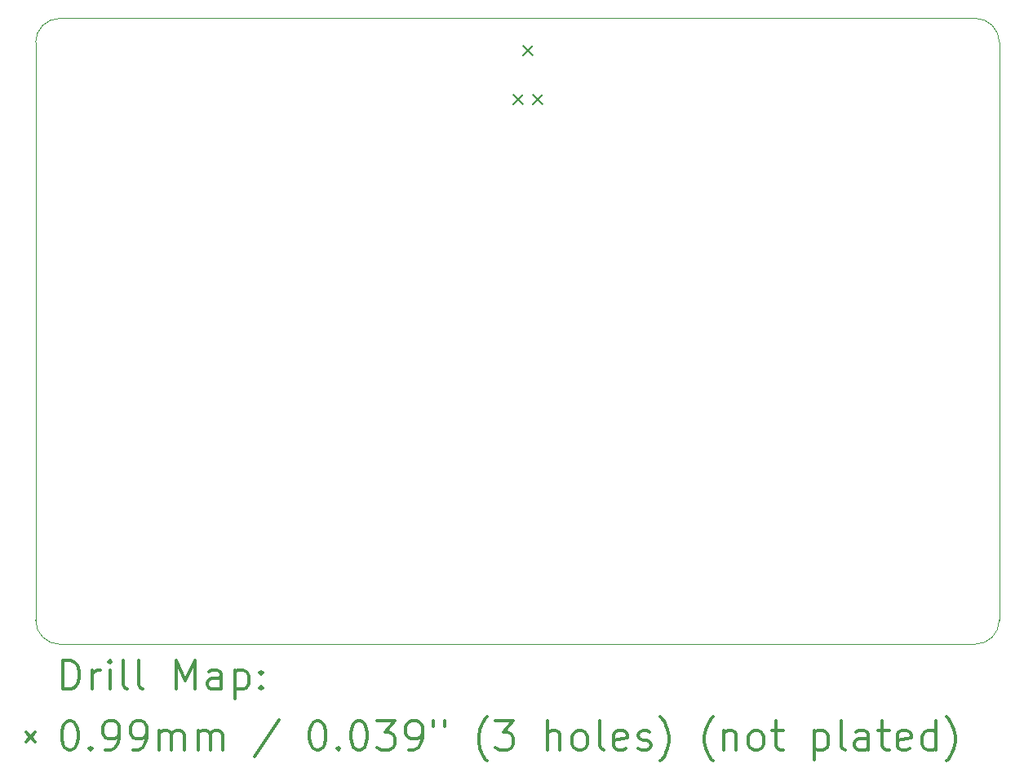
<source format=gbr>
%FSLAX45Y45*%
G04 Gerber Fmt 4.5, Leading zero omitted, Abs format (unit mm)*
G04 Created by KiCad (PCBNEW (5.1.9)-1) date 2021-08-12 22:57:45*
%MOMM*%
%LPD*%
G01*
G04 APERTURE LIST*
%TA.AperFunction,Profile*%
%ADD10C,0.050000*%
%TD*%
%ADD11C,0.200000*%
%ADD12C,0.300000*%
G04 APERTURE END LIST*
D10*
X10787200Y-13174000D02*
G75*
G02*
X10537200Y-12924000I0J250000D01*
G01*
X20537200Y-12924000D02*
G75*
G02*
X20287200Y-13174000I-250000J0D01*
G01*
X20287200Y-6674000D02*
G75*
G02*
X20537200Y-6924000I0J-250000D01*
G01*
X10537200Y-6924000D02*
G75*
G02*
X10787200Y-6674000I250000J0D01*
G01*
X10787200Y-13174000D02*
X20287200Y-13174000D01*
X10537200Y-6924000D02*
X10537200Y-12924000D01*
X20287200Y-6674000D02*
X10787200Y-6674000D01*
X20537200Y-12924000D02*
X20537200Y-6924000D01*
D11*
X15495270Y-7468870D02*
X15594330Y-7567930D01*
X15594330Y-7468870D02*
X15495270Y-7567930D01*
X15596870Y-6960870D02*
X15695930Y-7059930D01*
X15695930Y-6960870D02*
X15596870Y-7059930D01*
X15698470Y-7468870D02*
X15797530Y-7567930D01*
X15797530Y-7468870D02*
X15698470Y-7567930D01*
D12*
X10821128Y-13642214D02*
X10821128Y-13342214D01*
X10892557Y-13342214D01*
X10935414Y-13356500D01*
X10963986Y-13385071D01*
X10978271Y-13413643D01*
X10992557Y-13470786D01*
X10992557Y-13513643D01*
X10978271Y-13570786D01*
X10963986Y-13599357D01*
X10935414Y-13627929D01*
X10892557Y-13642214D01*
X10821128Y-13642214D01*
X11121128Y-13642214D02*
X11121128Y-13442214D01*
X11121128Y-13499357D02*
X11135414Y-13470786D01*
X11149700Y-13456500D01*
X11178271Y-13442214D01*
X11206843Y-13442214D01*
X11306843Y-13642214D02*
X11306843Y-13442214D01*
X11306843Y-13342214D02*
X11292557Y-13356500D01*
X11306843Y-13370786D01*
X11321128Y-13356500D01*
X11306843Y-13342214D01*
X11306843Y-13370786D01*
X11492557Y-13642214D02*
X11463986Y-13627929D01*
X11449700Y-13599357D01*
X11449700Y-13342214D01*
X11649700Y-13642214D02*
X11621128Y-13627929D01*
X11606843Y-13599357D01*
X11606843Y-13342214D01*
X11992557Y-13642214D02*
X11992557Y-13342214D01*
X12092557Y-13556500D01*
X12192557Y-13342214D01*
X12192557Y-13642214D01*
X12463986Y-13642214D02*
X12463986Y-13485071D01*
X12449700Y-13456500D01*
X12421128Y-13442214D01*
X12363986Y-13442214D01*
X12335414Y-13456500D01*
X12463986Y-13627929D02*
X12435414Y-13642214D01*
X12363986Y-13642214D01*
X12335414Y-13627929D01*
X12321128Y-13599357D01*
X12321128Y-13570786D01*
X12335414Y-13542214D01*
X12363986Y-13527929D01*
X12435414Y-13527929D01*
X12463986Y-13513643D01*
X12606843Y-13442214D02*
X12606843Y-13742214D01*
X12606843Y-13456500D02*
X12635414Y-13442214D01*
X12692557Y-13442214D01*
X12721128Y-13456500D01*
X12735414Y-13470786D01*
X12749700Y-13499357D01*
X12749700Y-13585071D01*
X12735414Y-13613643D01*
X12721128Y-13627929D01*
X12692557Y-13642214D01*
X12635414Y-13642214D01*
X12606843Y-13627929D01*
X12878271Y-13613643D02*
X12892557Y-13627929D01*
X12878271Y-13642214D01*
X12863986Y-13627929D01*
X12878271Y-13613643D01*
X12878271Y-13642214D01*
X12878271Y-13456500D02*
X12892557Y-13470786D01*
X12878271Y-13485071D01*
X12863986Y-13470786D01*
X12878271Y-13456500D01*
X12878271Y-13485071D01*
X10435640Y-14086970D02*
X10534700Y-14186030D01*
X10534700Y-14086970D02*
X10435640Y-14186030D01*
X10878271Y-13972214D02*
X10906843Y-13972214D01*
X10935414Y-13986500D01*
X10949700Y-14000786D01*
X10963986Y-14029357D01*
X10978271Y-14086500D01*
X10978271Y-14157929D01*
X10963986Y-14215071D01*
X10949700Y-14243643D01*
X10935414Y-14257929D01*
X10906843Y-14272214D01*
X10878271Y-14272214D01*
X10849700Y-14257929D01*
X10835414Y-14243643D01*
X10821128Y-14215071D01*
X10806843Y-14157929D01*
X10806843Y-14086500D01*
X10821128Y-14029357D01*
X10835414Y-14000786D01*
X10849700Y-13986500D01*
X10878271Y-13972214D01*
X11106843Y-14243643D02*
X11121128Y-14257929D01*
X11106843Y-14272214D01*
X11092557Y-14257929D01*
X11106843Y-14243643D01*
X11106843Y-14272214D01*
X11263986Y-14272214D02*
X11321128Y-14272214D01*
X11349700Y-14257929D01*
X11363986Y-14243643D01*
X11392557Y-14200786D01*
X11406843Y-14143643D01*
X11406843Y-14029357D01*
X11392557Y-14000786D01*
X11378271Y-13986500D01*
X11349700Y-13972214D01*
X11292557Y-13972214D01*
X11263986Y-13986500D01*
X11249700Y-14000786D01*
X11235414Y-14029357D01*
X11235414Y-14100786D01*
X11249700Y-14129357D01*
X11263986Y-14143643D01*
X11292557Y-14157929D01*
X11349700Y-14157929D01*
X11378271Y-14143643D01*
X11392557Y-14129357D01*
X11406843Y-14100786D01*
X11549700Y-14272214D02*
X11606843Y-14272214D01*
X11635414Y-14257929D01*
X11649700Y-14243643D01*
X11678271Y-14200786D01*
X11692557Y-14143643D01*
X11692557Y-14029357D01*
X11678271Y-14000786D01*
X11663986Y-13986500D01*
X11635414Y-13972214D01*
X11578271Y-13972214D01*
X11549700Y-13986500D01*
X11535414Y-14000786D01*
X11521128Y-14029357D01*
X11521128Y-14100786D01*
X11535414Y-14129357D01*
X11549700Y-14143643D01*
X11578271Y-14157929D01*
X11635414Y-14157929D01*
X11663986Y-14143643D01*
X11678271Y-14129357D01*
X11692557Y-14100786D01*
X11821128Y-14272214D02*
X11821128Y-14072214D01*
X11821128Y-14100786D02*
X11835414Y-14086500D01*
X11863986Y-14072214D01*
X11906843Y-14072214D01*
X11935414Y-14086500D01*
X11949700Y-14115071D01*
X11949700Y-14272214D01*
X11949700Y-14115071D02*
X11963986Y-14086500D01*
X11992557Y-14072214D01*
X12035414Y-14072214D01*
X12063986Y-14086500D01*
X12078271Y-14115071D01*
X12078271Y-14272214D01*
X12221128Y-14272214D02*
X12221128Y-14072214D01*
X12221128Y-14100786D02*
X12235414Y-14086500D01*
X12263986Y-14072214D01*
X12306843Y-14072214D01*
X12335414Y-14086500D01*
X12349700Y-14115071D01*
X12349700Y-14272214D01*
X12349700Y-14115071D02*
X12363986Y-14086500D01*
X12392557Y-14072214D01*
X12435414Y-14072214D01*
X12463986Y-14086500D01*
X12478271Y-14115071D01*
X12478271Y-14272214D01*
X13063986Y-13957929D02*
X12806843Y-14343643D01*
X13449700Y-13972214D02*
X13478271Y-13972214D01*
X13506843Y-13986500D01*
X13521128Y-14000786D01*
X13535414Y-14029357D01*
X13549700Y-14086500D01*
X13549700Y-14157929D01*
X13535414Y-14215071D01*
X13521128Y-14243643D01*
X13506843Y-14257929D01*
X13478271Y-14272214D01*
X13449700Y-14272214D01*
X13421128Y-14257929D01*
X13406843Y-14243643D01*
X13392557Y-14215071D01*
X13378271Y-14157929D01*
X13378271Y-14086500D01*
X13392557Y-14029357D01*
X13406843Y-14000786D01*
X13421128Y-13986500D01*
X13449700Y-13972214D01*
X13678271Y-14243643D02*
X13692557Y-14257929D01*
X13678271Y-14272214D01*
X13663986Y-14257929D01*
X13678271Y-14243643D01*
X13678271Y-14272214D01*
X13878271Y-13972214D02*
X13906843Y-13972214D01*
X13935414Y-13986500D01*
X13949700Y-14000786D01*
X13963986Y-14029357D01*
X13978271Y-14086500D01*
X13978271Y-14157929D01*
X13963986Y-14215071D01*
X13949700Y-14243643D01*
X13935414Y-14257929D01*
X13906843Y-14272214D01*
X13878271Y-14272214D01*
X13849700Y-14257929D01*
X13835414Y-14243643D01*
X13821128Y-14215071D01*
X13806843Y-14157929D01*
X13806843Y-14086500D01*
X13821128Y-14029357D01*
X13835414Y-14000786D01*
X13849700Y-13986500D01*
X13878271Y-13972214D01*
X14078271Y-13972214D02*
X14263986Y-13972214D01*
X14163986Y-14086500D01*
X14206843Y-14086500D01*
X14235414Y-14100786D01*
X14249700Y-14115071D01*
X14263986Y-14143643D01*
X14263986Y-14215071D01*
X14249700Y-14243643D01*
X14235414Y-14257929D01*
X14206843Y-14272214D01*
X14121128Y-14272214D01*
X14092557Y-14257929D01*
X14078271Y-14243643D01*
X14406843Y-14272214D02*
X14463986Y-14272214D01*
X14492557Y-14257929D01*
X14506843Y-14243643D01*
X14535414Y-14200786D01*
X14549700Y-14143643D01*
X14549700Y-14029357D01*
X14535414Y-14000786D01*
X14521128Y-13986500D01*
X14492557Y-13972214D01*
X14435414Y-13972214D01*
X14406843Y-13986500D01*
X14392557Y-14000786D01*
X14378271Y-14029357D01*
X14378271Y-14100786D01*
X14392557Y-14129357D01*
X14406843Y-14143643D01*
X14435414Y-14157929D01*
X14492557Y-14157929D01*
X14521128Y-14143643D01*
X14535414Y-14129357D01*
X14549700Y-14100786D01*
X14663986Y-13972214D02*
X14663986Y-14029357D01*
X14778271Y-13972214D02*
X14778271Y-14029357D01*
X15221128Y-14386500D02*
X15206843Y-14372214D01*
X15178271Y-14329357D01*
X15163986Y-14300786D01*
X15149700Y-14257929D01*
X15135414Y-14186500D01*
X15135414Y-14129357D01*
X15149700Y-14057929D01*
X15163986Y-14015071D01*
X15178271Y-13986500D01*
X15206843Y-13943643D01*
X15221128Y-13929357D01*
X15306843Y-13972214D02*
X15492557Y-13972214D01*
X15392557Y-14086500D01*
X15435414Y-14086500D01*
X15463986Y-14100786D01*
X15478271Y-14115071D01*
X15492557Y-14143643D01*
X15492557Y-14215071D01*
X15478271Y-14243643D01*
X15463986Y-14257929D01*
X15435414Y-14272214D01*
X15349700Y-14272214D01*
X15321128Y-14257929D01*
X15306843Y-14243643D01*
X15849700Y-14272214D02*
X15849700Y-13972214D01*
X15978271Y-14272214D02*
X15978271Y-14115071D01*
X15963986Y-14086500D01*
X15935414Y-14072214D01*
X15892557Y-14072214D01*
X15863986Y-14086500D01*
X15849700Y-14100786D01*
X16163986Y-14272214D02*
X16135414Y-14257929D01*
X16121128Y-14243643D01*
X16106843Y-14215071D01*
X16106843Y-14129357D01*
X16121128Y-14100786D01*
X16135414Y-14086500D01*
X16163986Y-14072214D01*
X16206843Y-14072214D01*
X16235414Y-14086500D01*
X16249700Y-14100786D01*
X16263986Y-14129357D01*
X16263986Y-14215071D01*
X16249700Y-14243643D01*
X16235414Y-14257929D01*
X16206843Y-14272214D01*
X16163986Y-14272214D01*
X16435414Y-14272214D02*
X16406843Y-14257929D01*
X16392557Y-14229357D01*
X16392557Y-13972214D01*
X16663986Y-14257929D02*
X16635414Y-14272214D01*
X16578271Y-14272214D01*
X16549700Y-14257929D01*
X16535414Y-14229357D01*
X16535414Y-14115071D01*
X16549700Y-14086500D01*
X16578271Y-14072214D01*
X16635414Y-14072214D01*
X16663986Y-14086500D01*
X16678271Y-14115071D01*
X16678271Y-14143643D01*
X16535414Y-14172214D01*
X16792557Y-14257929D02*
X16821128Y-14272214D01*
X16878271Y-14272214D01*
X16906843Y-14257929D01*
X16921128Y-14229357D01*
X16921128Y-14215071D01*
X16906843Y-14186500D01*
X16878271Y-14172214D01*
X16835414Y-14172214D01*
X16806843Y-14157929D01*
X16792557Y-14129357D01*
X16792557Y-14115071D01*
X16806843Y-14086500D01*
X16835414Y-14072214D01*
X16878271Y-14072214D01*
X16906843Y-14086500D01*
X17021128Y-14386500D02*
X17035414Y-14372214D01*
X17063986Y-14329357D01*
X17078271Y-14300786D01*
X17092557Y-14257929D01*
X17106843Y-14186500D01*
X17106843Y-14129357D01*
X17092557Y-14057929D01*
X17078271Y-14015071D01*
X17063986Y-13986500D01*
X17035414Y-13943643D01*
X17021128Y-13929357D01*
X17563986Y-14386500D02*
X17549700Y-14372214D01*
X17521128Y-14329357D01*
X17506843Y-14300786D01*
X17492557Y-14257929D01*
X17478271Y-14186500D01*
X17478271Y-14129357D01*
X17492557Y-14057929D01*
X17506843Y-14015071D01*
X17521128Y-13986500D01*
X17549700Y-13943643D01*
X17563986Y-13929357D01*
X17678271Y-14072214D02*
X17678271Y-14272214D01*
X17678271Y-14100786D02*
X17692557Y-14086500D01*
X17721128Y-14072214D01*
X17763986Y-14072214D01*
X17792557Y-14086500D01*
X17806843Y-14115071D01*
X17806843Y-14272214D01*
X17992557Y-14272214D02*
X17963986Y-14257929D01*
X17949700Y-14243643D01*
X17935414Y-14215071D01*
X17935414Y-14129357D01*
X17949700Y-14100786D01*
X17963986Y-14086500D01*
X17992557Y-14072214D01*
X18035414Y-14072214D01*
X18063986Y-14086500D01*
X18078271Y-14100786D01*
X18092557Y-14129357D01*
X18092557Y-14215071D01*
X18078271Y-14243643D01*
X18063986Y-14257929D01*
X18035414Y-14272214D01*
X17992557Y-14272214D01*
X18178271Y-14072214D02*
X18292557Y-14072214D01*
X18221128Y-13972214D02*
X18221128Y-14229357D01*
X18235414Y-14257929D01*
X18263986Y-14272214D01*
X18292557Y-14272214D01*
X18621128Y-14072214D02*
X18621128Y-14372214D01*
X18621128Y-14086500D02*
X18649700Y-14072214D01*
X18706843Y-14072214D01*
X18735414Y-14086500D01*
X18749700Y-14100786D01*
X18763986Y-14129357D01*
X18763986Y-14215071D01*
X18749700Y-14243643D01*
X18735414Y-14257929D01*
X18706843Y-14272214D01*
X18649700Y-14272214D01*
X18621128Y-14257929D01*
X18935414Y-14272214D02*
X18906843Y-14257929D01*
X18892557Y-14229357D01*
X18892557Y-13972214D01*
X19178271Y-14272214D02*
X19178271Y-14115071D01*
X19163986Y-14086500D01*
X19135414Y-14072214D01*
X19078271Y-14072214D01*
X19049700Y-14086500D01*
X19178271Y-14257929D02*
X19149700Y-14272214D01*
X19078271Y-14272214D01*
X19049700Y-14257929D01*
X19035414Y-14229357D01*
X19035414Y-14200786D01*
X19049700Y-14172214D01*
X19078271Y-14157929D01*
X19149700Y-14157929D01*
X19178271Y-14143643D01*
X19278271Y-14072214D02*
X19392557Y-14072214D01*
X19321128Y-13972214D02*
X19321128Y-14229357D01*
X19335414Y-14257929D01*
X19363986Y-14272214D01*
X19392557Y-14272214D01*
X19606843Y-14257929D02*
X19578271Y-14272214D01*
X19521128Y-14272214D01*
X19492557Y-14257929D01*
X19478271Y-14229357D01*
X19478271Y-14115071D01*
X19492557Y-14086500D01*
X19521128Y-14072214D01*
X19578271Y-14072214D01*
X19606843Y-14086500D01*
X19621128Y-14115071D01*
X19621128Y-14143643D01*
X19478271Y-14172214D01*
X19878271Y-14272214D02*
X19878271Y-13972214D01*
X19878271Y-14257929D02*
X19849700Y-14272214D01*
X19792557Y-14272214D01*
X19763986Y-14257929D01*
X19749700Y-14243643D01*
X19735414Y-14215071D01*
X19735414Y-14129357D01*
X19749700Y-14100786D01*
X19763986Y-14086500D01*
X19792557Y-14072214D01*
X19849700Y-14072214D01*
X19878271Y-14086500D01*
X19992557Y-14386500D02*
X20006843Y-14372214D01*
X20035414Y-14329357D01*
X20049700Y-14300786D01*
X20063986Y-14257929D01*
X20078271Y-14186500D01*
X20078271Y-14129357D01*
X20063986Y-14057929D01*
X20049700Y-14015071D01*
X20035414Y-13986500D01*
X20006843Y-13943643D01*
X19992557Y-13929357D01*
M02*

</source>
